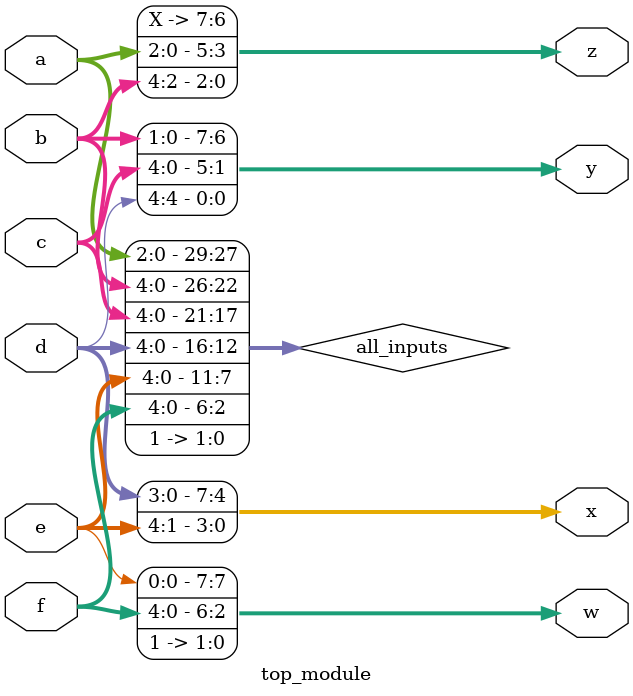
<source format=sv>
module top_module (
    input [4:0] a,
    input [4:0] b,
    input [4:0] c,
    input [4:0] d,
    input [4:0] e,
    input [4:0] f,
    output [7:0] w,
    output [7:0] x,
    output [7:0] y,
    output [7:0] z
);

wire [29:0] all_inputs;

assign all_inputs = {a, b, c, d, e, f, 2'b11};

assign w = all_inputs[7:0];
assign x = all_inputs[15:8];
assign y = all_inputs[23:16];
assign z = all_inputs[31:24];

endmodule

</source>
